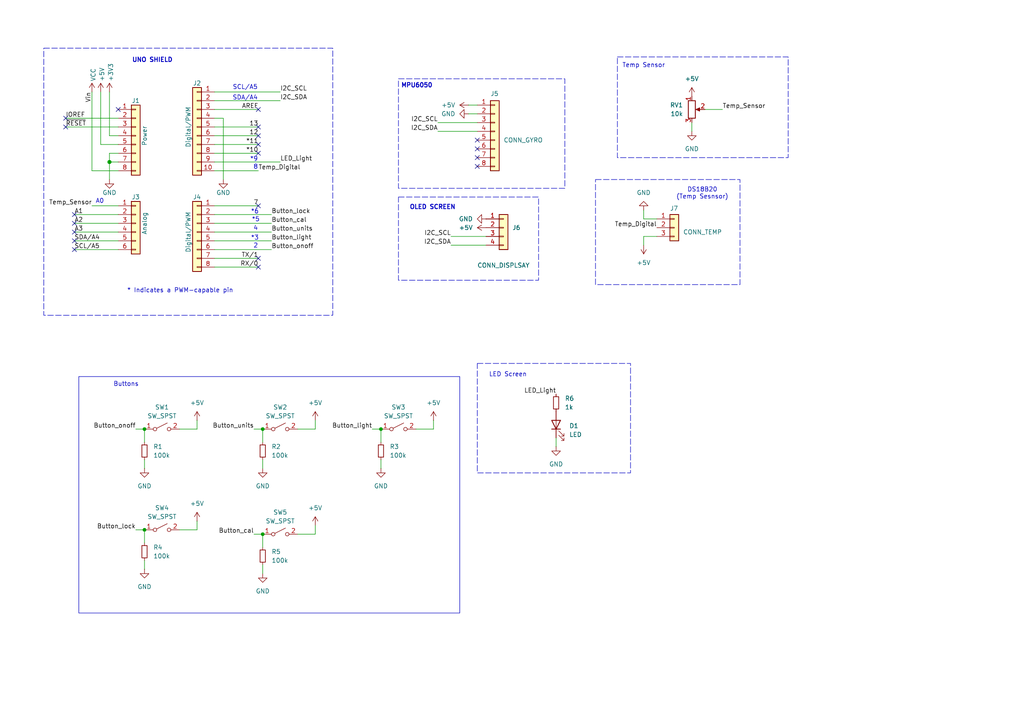
<source format=kicad_sch>
(kicad_sch (version 20231120) (generator "eeschema") (generator_version "8.0")
  (paper "A4")
  (title_block (title "Uno Shield ThermoPro") (date "2025-01-27") (rev "1.0") (company "Kevin Granillo"))
  (lib_symbols
    (symbol "+5V_1" (power) (pin_numbers hide) (pin_names (offset 0) hide)
      (property "Value" "+5V" (at 0 3.556 0))
      (symbol "+5V_1_0_1"
        (polyline (pts (xy -0.762 1.27) (xy 0 2.54)))
        (polyline (pts (xy 0 0) (xy 0 2.54)))
        (polyline (pts (xy 0 2.54) (xy 0.762 1.27)))
      )
      (symbol "+5V_1_1_1"
        (pin power_in line (at 0 0 90) (length 0) (name "~") (number "1"))
      )
    )
    (symbol "+5V_2" (power) (pin_numbers hide) (pin_names (offset 0) hide)
      (property "Value" "+5V" (at 0 3.556 0))
      (symbol "+5V_2_0_1"
        (polyline (pts (xy -0.762 1.27) (xy 0 2.54)))
        (polyline (pts (xy 0 0) (xy 0 2.54)))
        (polyline (pts (xy 0 2.54) (xy 0.762 1.27)))
      )
      (symbol "+5V_2_1_1"
        (pin power_in line (at 0 0 90) (length 0) (name "~") (number "1"))
      )
    )
    (symbol "+5V_3" (power) (pin_numbers hide) (pin_names (offset 0) hide)
      (property "Value" "+5V" (at 0 3.556 0))
      (symbol "+5V_3_0_1"
        (polyline (pts (xy -0.762 1.27) (xy 0 2.54)))
        (polyline (pts (xy 0 0) (xy 0 2.54)))
        (polyline (pts (xy 0 2.54) (xy 0.762 1.27)))
      )
      (symbol "+5V_3_1_1"
        (pin power_in line (at 0 0 90) (length 0) (name "~") (number "1"))
      )
    )
    (symbol "Connector_Generic:Conn_01x03" (pin_names (offset 1.016) hide)
      (property "Reference" "J" (at 0 5.08 0))
      (property "Value" "Conn_01x03" (at 0 -5.08 0))
      (symbol "Conn_01x03_1_1"
        (rectangle (start -1.27 -2.413) (end 0 -2.667) (stroke (width 0.1524)))
        (rectangle (start -1.27 0.127) (end 0 -0.127) (stroke (width 0.1524)))
        (rectangle (start -1.27 2.667) (end 0 2.413) (stroke (width 0.1524)))
        (rectangle (start -1.27 3.81) (end 1.27 -3.81) (stroke (width 0.254)) (fill (type background)))
        (pin passive line (at -5.08 2.54 0) (length 3.81) (name "Pin_1") (number "1"))
        (pin passive line (at -5.08 0 0) (length 3.81) (name "Pin_2") (number "2"))
        (pin passive line (at -5.08 -2.54 0) (length 3.81) (name "Pin_3") (number "3"))
      )
    )
    (symbol "Connector_Generic:Conn_01x04" (pin_names (offset 1.016) hide)
      (property "Reference" "J" (at 0 5.08 0))
      (property "Value" "Conn_01x04" (at 0 -7.62 0))
      (symbol "Conn_01x04_1_1"
        (rectangle (start -1.27 -4.953) (end 0 -5.207) (stroke (width 0.1524)))
        (rectangle (start -1.27 -2.413) (end 0 -2.667) (stroke (width 0.1524)))
        (rectangle (start -1.27 0.127) (end 0 -0.127) (stroke (width 0.1524)))
        (rectangle (start -1.27 2.667) (end 0 2.413) (stroke (width 0.1524)))
        (rectangle (start -1.27 3.81) (end 1.27 -6.35) (stroke (width 0.254)) (fill (type background)))
        (pin passive line (at -5.08 2.54 0) (length 3.81) (name "Pin_1") (number "1"))
        (pin passive line (at -5.08 0 0) (length 3.81) (name "Pin_2") (number "2"))
        (pin passive line (at -5.08 -2.54 0) (length 3.81) (name "Pin_3") (number "3"))
        (pin passive line (at -5.08 -5.08 0) (length 3.81) (name "Pin_4") (number "4"))
      )
    )
    (symbol "Connector_Generic:Conn_01x06" (pin_names (offset 1.016) hide)
      (property "Reference" "J" (at 0 7.62 0))
      (property "Value" "Conn_01x06" (at 0 -10.16 0))
      (symbol "Conn_01x06_1_1"
        (rectangle (start -1.27 -7.493) (end 0 -7.747) (stroke (width 0.1524)))
        (rectangle (start -1.27 -4.953) (end 0 -5.207) (stroke (width 0.1524)))
        (rectangle (start -1.27 -2.413) (end 0 -2.667) (stroke (width 0.1524)))
        (rectangle (start -1.27 0.127) (end 0 -0.127) (stroke (width 0.1524)))
        (rectangle (start -1.27 2.667) (end 0 2.413) (stroke (width 0.1524)))
        (rectangle (start -1.27 5.207) (end 0 4.953) (stroke (width 0.1524)))
        (rectangle (start -1.27 6.35) (end 1.27 -8.89) (stroke (width 0.254)) (fill (type background)))
        (pin passive line (at -5.08 5.08 0) (length 3.81) (name "Pin_1") (number "1"))
        (pin passive line (at -5.08 2.54 0) (length 3.81) (name "Pin_2") (number "2"))
        (pin passive line (at -5.08 0 0) (length 3.81) (name "Pin_3") (number "3"))
        (pin passive line (at -5.08 -2.54 0) (length 3.81) (name "Pin_4") (number "4"))
        (pin passive line (at -5.08 -5.08 0) (length 3.81) (name "Pin_5") (number "5"))
        (pin passive line (at -5.08 -7.62 0) (length 3.81) (name "Pin_6") (number "6"))
      )
    )
    (symbol "Connector_Generic:Conn_01x08" (pin_names (offset 1.016) hide)
      (property "Reference" "J" (at 0 10.16 0))
      (property "Value" "Conn_01x08" (at 0 -12.7 0))
      (symbol "Conn_01x08_1_1"
        (rectangle (start -1.27 -10.033) (end 0 -10.287) (stroke (width 0.1524)))
        (rectangle (start -1.27 -7.493) (end 0 -7.747) (stroke (width 0.1524)))
        (rectangle (start -1.27 -4.953) (end 0 -5.207) (stroke (width 0.1524)))
        (rectangle (start -1.27 -2.413) (end 0 -2.667) (stroke (width 0.1524)))
        (rectangle (start -1.27 0.127) (end 0 -0.127) (stroke (width 0.1524)))
        (rectangle (start -1.27 2.667) (end 0 2.413) (stroke (width 0.1524)))
        (rectangle (start -1.27 5.207) (end 0 4.953) (stroke (width 0.1524)))
        (rectangle (start -1.27 7.747) (end 0 7.493) (stroke (width 0.1524)))
        (rectangle (start -1.27 8.89) (end 1.27 -11.43) (stroke (width 0.254)) (fill (type background)))
        (pin passive line (at -5.08 7.62 0) (length 3.81) (name "Pin_1") (number "1"))
        (pin passive line (at -5.08 5.08 0) (length 3.81) (name "Pin_2") (number "2"))
        (pin passive line (at -5.08 2.54 0) (length 3.81) (name "Pin_3") (number "3"))
        (pin passive line (at -5.08 0 0) (length 3.81) (name "Pin_4") (number "4"))
        (pin passive line (at -5.08 -2.54 0) (length 3.81) (name "Pin_5") (number "5"))
        (pin passive line (at -5.08 -5.08 0) (length 3.81) (name "Pin_6") (number "6"))
        (pin passive line (at -5.08 -7.62 0) (length 3.81) (name "Pin_7") (number "7"))
        (pin passive line (at -5.08 -10.16 0) (length 3.81) (name "Pin_8") (number "8"))
      )
    )
    (symbol "Connector_Generic:Conn_01x10" (pin_names (offset 1.016) hide)
      (property "Reference" "J" (at 0 12.7 0))
      (property "Value" "Conn_01x10" (at 0 -15.24 0))
      (symbol "Conn_01x10_1_1"
        (rectangle (start -1.27 -12.573) (end 0 -12.827) (stroke (width 0.1524)))
        (rectangle (start -1.27 -10.033) (end 0 -10.287) (stroke (width 0.1524)))
        (rectangle (start -1.27 -7.493) (end 0 -7.747) (stroke (width 0.1524)))
        (rectangle (start -1.27 -4.953) (end 0 -5.207) (stroke (width 0.1524)))
        (rectangle (start -1.27 -2.413) (end 0 -2.667) (stroke (width 0.1524)))
        (rectangle (start -1.27 0.127) (end 0 -0.127) (stroke (width 0.1524)))
        (rectangle (start -1.27 2.667) (end 0 2.413) (stroke (width 0.1524)))
        (rectangle (start -1.27 5.207) (end 0 4.953) (stroke (width 0.1524)))
        (rectangle (start -1.27 7.747) (end 0 7.493) (stroke (width 0.1524)))
        (rectangle (start -1.27 10.287) (end 0 10.033) (stroke (width 0.1524)))
        (rectangle (start -1.27 11.43) (end 1.27 -13.97) (stroke (width 0.254)) (fill (type background)))
        (pin passive line (at -5.08 10.16 0) (length 3.81) (name "Pin_1") (number "1"))
        (pin passive line (at -5.08 -12.7 0) (length 3.81) (name "Pin_10") (number "10"))
        (pin passive line (at -5.08 7.62 0) (length 3.81) (name "Pin_2") (number "2"))
        (pin passive line (at -5.08 5.08 0) (length 3.81) (name "Pin_3") (number "3"))
        (pin passive line (at -5.08 2.54 0) (length 3.81) (name "Pin_4") (number "4"))
        (pin passive line (at -5.08 0 0) (length 3.81) (name "Pin_5") (number "5"))
        (pin passive line (at -5.08 -2.54 0) (length 3.81) (name "Pin_6") (number "6"))
        (pin passive line (at -5.08 -5.08 0) (length 3.81) (name "Pin_7") (number "7"))
        (pin passive line (at -5.08 -7.62 0) (length 3.81) (name "Pin_8") (number "8"))
        (pin passive line (at -5.08 -10.16 0) (length 3.81) (name "Pin_9") (number "9"))
      )
    )
    (symbol "Device:LED" (pin_numbers hide) (pin_names (offset 1.016) hide)
      (property "Reference" "D" (at 0 2.54 0))
      (property "Value" "LED" (at 0 -2.54 0))
      (symbol "LED_0_1"
        (polyline (pts (xy -1.27 -1.27) (xy -1.27 1.27)) (stroke (width 0.254)))
        (polyline (pts (xy -1.27 0) (xy 1.27 0)))
        (polyline (pts (xy 1.27 -1.27) (xy 1.27 1.27) (xy -1.27 0) (xy 1.27 -1.27)) (stroke (width 0.254)))
        (polyline (pts (xy -3.048 -0.762) (xy -4.572 -2.286) (xy -3.81 -2.286) (xy -4.572 -2.286) (xy -4.572 -1.524)))
        (polyline (pts (xy -1.778 -0.762) (xy -3.302 -2.286) (xy -2.54 -2.286) (xy -3.302 -2.286) (xy -3.302 -1.524)))
      )
      (symbol "LED_1_1"
        (pin passive line (at -3.81 0 0) (length 2.54) (name "K") (number "1"))
        (pin passive line (at 3.81 0 180) (length 2.54) (name "A") (number "2"))
      )
    )
    (symbol "Device:R_Potentiometer" (pin_names (offset 1.016) hide)
      (property "Reference" "RV" (at -4.445 0 90))
      (property "Value" "R_Potentiometer" (at -2.54 0 90))
      (symbol "R_Potentiometer_0_1"
        (polyline (pts (xy 2.54 0) (xy 1.524 0)))
        (polyline (pts (xy 1.143 0) (xy 2.286 0.508) (xy 2.286 -0.508) (xy 1.143 0)) (fill (type outline)))
        (rectangle (start 1.016 2.54) (end -1.016 -2.54) (stroke (width 0.254)))
      )
      (symbol "R_Potentiometer_1_1"
        (pin passive line (at 0 3.81 270) (length 1.27) (name "1") (number "1"))
        (pin passive line (at 3.81 0 180) (length 1.27) (name "2") (number "2"))
        (pin passive line (at 0 -3.81 90) (length 1.27) (name "3") (number "3"))
      )
    )
    (symbol "Device:R_Small" (pin_numbers hide) (pin_names (offset 0.254) hide)
      (property "Reference" "R" (at 0.762 0.508 0))
      (property "Value" "R_Small" (at 0.762 -1.016 0))
      (symbol "R_Small_0_1"
        (rectangle (start -0.762 1.778) (end 0.762 -1.778) (stroke (width 0.2032)))
      )
      (symbol "R_Small_1_1"
        (pin passive line (at 0 2.54 270) (length 0.762) (name "~") (number "1"))
        (pin passive line (at 0 -2.54 90) (length 0.762) (name "~") (number "2"))
      )
    )
    (symbol "GND_1" (power) (pin_numbers hide) (pin_names (offset 0) hide)
      (property "Value" "GND" (at 0 -3.81 0))
      (symbol "GND_1_0_1"
        (polyline (pts (xy 0 0) (xy 0 -1.27) (xy 1.27 -1.27) (xy 0 -2.54) (xy -1.27 -1.27) (xy 0 -1.27)))
      )
      (symbol "GND_1_1_1"
        (pin power_in line (at 0 0 270) (length 0) (name "~") (number "1"))
      )
    )
    (symbol "GND_2" (power) (pin_numbers hide) (pin_names (offset 0) hide)
      (property "Value" "GND" (at 0 -3.81 0))
      (symbol "GND_2_0_1"
        (polyline (pts (xy 0 0) (xy 0 -1.27) (xy 1.27 -1.27) (xy 0 -2.54) (xy -1.27 -1.27) (xy 0 -1.27)))
      )
      (symbol "GND_2_1_1"
        (pin power_in line (at 0 0 270) (length 0) (name "~") (number "1"))
      )
    )
    (symbol "GND_3" (power) (pin_numbers hide) (pin_names (offset 0) hide)
      (property "Value" "GND" (at 0 -3.81 0))
      (symbol "GND_3_0_1"
        (polyline (pts (xy 0 0) (xy 0 -1.27) (xy 1.27 -1.27) (xy 0 -2.54) (xy -1.27 -1.27) (xy 0 -1.27)))
      )
      (symbol "GND_3_1_1"
        (pin power_in line (at 0 0 270) (length 0) (name "~") (number "1"))
      )
    )
    (symbol "GND_4" (power) (pin_numbers hide) (pin_names (offset 0) hide)
      (property "Value" "GND" (at 0 -3.81 0))
      (symbol "GND_4_0_1"
        (polyline (pts (xy 0 0) (xy 0 -1.27) (xy 1.27 -1.27) (xy 0 -2.54) (xy -1.27 -1.27) (xy 0 -1.27)))
      )
      (symbol "GND_4_1_1"
        (pin power_in line (at 0 0 270) (length 0) (name "~") (number "1"))
      )
    )
    (symbol "Switch:SW_SPST" (pin_names (offset 0) hide)
      (property "Reference" "SW" (at 0 3.175 0))
      (property "Value" "SW_SPST" (at 0 -2.54 0))
      (symbol "SW_SPST_0_0"
        (circle (center -2.032 0) (radius 0.508))
        (polyline (pts (xy -1.524 0.254) (xy 1.524 1.778)))
        (circle (center 2.032 0) (radius 0.508))
      )
      (symbol "SW_SPST_1_1"
        (pin passive line (at -5.08 0 0) (length 2.54) (name "A") (number "1"))
        (pin passive line (at 5.08 0 180) (length 2.54) (name "B") (number "2"))
      )
    )
    (symbol "power:+3V3" (power) (pin_names (offset 0))
      (property "Value" "+3V3" (at 0 3.556 0))
      (symbol "+3V3_0_1"
        (polyline (pts (xy -0.762 1.27) (xy 0 2.54)))
        (polyline (pts (xy 0 0) (xy 0 2.54)))
        (polyline (pts (xy 0 2.54) (xy 0.762 1.27)))
      )
      (symbol "+3V3_1_1"
        (pin power_in line (at 0 0 90) (length 0) hide (name "+3V3") (number "1"))
      )
    )
    (symbol "power:+5V" (power) (pin_names (offset 0))
      (property "Value" "+5V" (at 0 3.556 0))
      (symbol "+5V_0_1"
        (polyline (pts (xy -0.762 1.27) (xy 0 2.54)))
        (polyline (pts (xy 0 0) (xy 0 2.54)))
        (polyline (pts (xy 0 2.54) (xy 0.762 1.27)))
      )
      (symbol "+5V_1_1"
        (pin power_in line (at 0 0 90) (length 0) hide (name "+5V") (number "1"))
      )
    )
    (symbol "power:GND" (power) (pin_names (offset 0))
      (property "Value" "GND" (at 0 -3.81 0))
      (symbol "GND_0_1"
        (polyline (pts (xy 0 0) (xy 0 -1.27) (xy 1.27 -1.27) (xy 0 -2.54) (xy -1.27 -1.27) (xy 0 -1.27)))
      )
      (symbol "GND_1_1"
        (pin power_in line (at 0 0 270) (length 0) hide (name "GND") (number "1"))
      )
    )
    (symbol "power:VCC" (power) (pin_names (offset 0))
      (property "Value" "VCC" (at 0 3.81 0))
      (symbol "VCC_0_1"
        (polyline (pts (xy -0.762 1.27) (xy 0 2.54)))
        (polyline (pts (xy 0 0) (xy 0 2.54)))
        (polyline (pts (xy 0 2.54) (xy 0.762 1.27)))
      )
      (symbol "VCC_1_1"
        (pin power_in line (at 0 0 90) (length 0) hide (name "VCC") (number "1"))
      )
    )
  )
  (junction (at 76.2 154.94))
  (junction (at 41.91 124.46))
  (junction (at 110.49 124.46))
  (junction (at 31.75 46.99) (diameter 1.016))
  (junction (at 41.91 153.67))
  (junction (at 76.2 124.46))
  (no_connect (at 138.43 48.26))
  (no_connect (at 74.93 36.83))
  (no_connect (at 74.93 41.91))
  (no_connect (at 138.43 40.64))
  (no_connect (at 21.59 67.31))
  (no_connect (at 74.93 59.69))
  (no_connect (at 74.93 44.45))
  (no_connect (at 74.93 74.93))
  (no_connect (at 19.05 34.29))
  (no_connect (at 74.93 39.37))
  (no_connect (at 138.43 45.72))
  (no_connect (at 19.05 36.83))
  (no_connect (at 138.43 43.18))
  (no_connect (at 34.29 31.75))
  (no_connect (at 74.93 77.47))
  (no_connect (at 21.59 64.77))
  (no_connect (at 21.59 69.85))
  (no_connect (at 74.93 31.75))
  (no_connect (at 21.59 72.39))
  (no_connect (at 21.59 62.23))
  (wire (pts (xy 127 38.1) (xy 138.43 38.1)))
  (wire (pts (xy 62.23 77.47) (xy 74.93 77.47)))
  (wire (pts (xy 62.23 44.45) (xy 74.93 44.45)))
  (wire (pts (xy 190.5 63.5) (xy 186.69 63.5)))
  (wire (pts (xy 110.49 124.46) (xy 110.49 128.27)))
  (wire (pts (xy 62.23 26.67) (xy 81.28 26.67)))
  (wire (pts (xy 125.73 124.46) (xy 125.73 121.92)))
  (wire (pts (xy 130.81 71.12) (xy 140.97 71.12)))
  (wire (pts (xy 31.75 44.45) (xy 31.75 46.99)))
  (wire (pts (xy 186.69 63.5) (xy 186.69 60.96)))
  (wire (pts (xy 186.69 68.58) (xy 186.69 71.12)))
  (wire (pts (xy 21.59 72.39) (xy 34.29 72.39)))
  (wire (pts (xy 127 35.56) (xy 138.43 35.56)))
  (wire (pts (xy 110.49 133.35) (xy 110.49 135.89)))
  (wire (pts (xy 31.75 46.99) (xy 31.75 52.07)))
  (wire (pts (xy 31.75 39.37) (xy 34.29 39.37)))
  (wire (pts (xy 29.21 41.91) (xy 34.29 41.91)))
  (wire (pts (xy 29.21 26.67) (xy 29.21 41.91)))
  (wire (pts (xy 62.23 36.83) (xy 74.93 36.83)))
  (wire (pts (xy 31.75 26.67) (xy 31.75 39.37)))
  (wire (pts (xy 62.23 59.69) (xy 74.93 59.69)))
  (wire (pts (xy 34.29 59.69) (xy 26.67 59.69)))
  (wire (pts (xy 76.2 124.46) (xy 76.2 128.27)))
  (wire (pts (xy 62.23 39.37) (xy 74.93 39.37)))
  (wire (pts (xy 62.23 62.23) (xy 78.74 62.23)))
  (wire (pts (xy 52.07 153.67) (xy 57.15 153.67)))
  (wire (pts (xy 91.44 124.46) (xy 91.44 121.92)))
  (wire (pts (xy 135.89 30.48) (xy 138.43 30.48)))
  (wire (pts (xy 39.37 124.46) (xy 41.91 124.46)))
  (wire (pts (xy 62.23 46.99) (xy 81.28 46.99)))
  (wire (pts (xy 204.47 31.75) (xy 209.55 31.75)))
  (wire (pts (xy 62.23 67.31) (xy 78.74 67.31)))
  (wire (pts (xy 57.15 124.46) (xy 57.15 121.92)))
  (wire (pts (xy 76.2 133.35) (xy 76.2 135.89)))
  (wire (pts (xy 19.05 34.29) (xy 34.29 34.29)))
  (wire (pts (xy 57.15 153.67) (xy 57.15 151.13)))
  (wire (pts (xy 107.95 124.46) (xy 110.49 124.46)))
  (wire (pts (xy 64.77 34.29) (xy 64.77 52.07)))
  (wire (pts (xy 200.66 35.56) (xy 200.66 38.1)))
  (wire (pts (xy 39.37 153.67) (xy 41.91 153.67)))
  (wire (pts (xy 86.36 154.94) (xy 91.44 154.94)))
  (wire (pts (xy 62.23 31.75) (xy 74.93 31.75)))
  (wire (pts (xy 34.29 64.77) (xy 21.59 64.77)))
  (wire (pts (xy 19.05 36.83) (xy 34.29 36.83)))
  (wire (pts (xy 34.29 46.99) (xy 31.75 46.99)))
  (wire (pts (xy 41.91 124.46) (xy 41.91 128.27)))
  (wire (pts (xy 120.65 124.46) (xy 125.73 124.46)))
  (wire (pts (xy 34.29 49.53) (xy 26.67 49.53)))
  (wire (pts (xy 41.91 153.67) (xy 41.91 157.48)))
  (wire (pts (xy 21.59 62.23) (xy 34.29 62.23)))
  (wire (pts (xy 190.5 68.58) (xy 186.69 68.58)))
  (wire (pts (xy 52.07 124.46) (xy 57.15 124.46)))
  (wire (pts (xy 41.91 162.56) (xy 41.91 165.1)))
  (wire (pts (xy 41.91 133.35) (xy 41.91 135.89)))
  (wire (pts (xy 86.36 124.46) (xy 91.44 124.46)))
  (wire (pts (xy 62.23 34.29) (xy 64.77 34.29)))
  (wire (pts (xy 34.29 44.45) (xy 31.75 44.45)))
  (wire (pts (xy 62.23 41.91) (xy 74.93 41.91)))
  (wire (pts (xy 73.66 154.94) (xy 76.2 154.94)))
  (wire (pts (xy 130.81 68.58) (xy 140.97 68.58)))
  (wire (pts (xy 62.23 64.77) (xy 78.74 64.77)))
  (wire (pts (xy 73.66 124.46) (xy 76.2 124.46)))
  (wire (pts (xy 21.59 67.31) (xy 34.29 67.31)))
  (wire (pts (xy 135.89 33.02) (xy 138.43 33.02)))
  (wire (pts (xy 76.2 154.94) (xy 76.2 158.75)))
  (wire (pts (xy 161.29 127) (xy 161.29 129.54)))
  (wire (pts (xy 76.2 163.83) (xy 76.2 166.37)))
  (wire (pts (xy 62.23 29.21) (xy 81.28 29.21)))
  (wire (pts (xy 62.23 72.39) (xy 78.74 72.39)))
  (wire (pts (xy 62.23 69.85) (xy 78.74 69.85)))
  (wire (pts (xy 91.44 154.94) (xy 91.44 152.4)))
  (wire (pts (xy 62.23 74.93) (xy 74.93 74.93)))
  (wire (pts (xy 26.67 49.53) (xy 26.67 26.67)))
  (wire (pts (xy 34.29 69.85) (xy 21.59 69.85)))
  (wire (pts (xy 62.23 49.53) (xy 74.93 49.53)))
  (rectangle (start 115.57 22.86) (end 163.83 54.61) (stroke (width 0) (type dash)))
  (rectangle (start 22.86 109.22) (end 133.35 177.8))
  (rectangle (start 172.72 52.07) (end 214.63 82.55) (stroke (width 0) (type dash)))
  (rectangle (start 138.43 105.41) (end 182.88 137.16) (stroke (width 0) (type dash)))
  (rectangle (start 179.07 16.51) (end 228.6 45.72) (stroke (width 0) (type dash)))
  (rectangle (start 115.57 57.15) (end 156.21 81.28) (stroke (width 0) (type dash)))
  (rectangle (start 12.7 13.97) (end 96.52 91.44) (stroke (width 0) (type dash)))
  (text "2" (at 74.168 71.374 0) (effects (font (size 1.27 1.27))))
  (text "DS18B20\n(Temp Sesnsor)" (at 203.708 56.134 0) (effects (font (size 1.27 1.27))))
  (text "*5" (at 74.168 63.754 0) (effects (font (size 1.27 1.27))))
  (text "*9" (at 73.66 46.228 0) (effects (font (size 1.27 1.27))))
  (text "8" (at 74.168 48.514 0) (effects (font (size 1.27 1.27))))
  (text "MPU6050" (at 120.904 24.892 0) (effects (font (size 1.27 1.27) (thickness 0.254) (bold yes))))
  (text "4" (at 74.168 66.294 0) (effects (font (size 1.27 1.27))))
  (text "OLED SCREEN" (at 125.476 60.198 0) (effects (font (size 1.27 1.27) (thickness 0.254) (bold yes))))
  (text "A0" (at 28.956 58.42 0) (effects (font (size 1.27 1.27))))
  (text "LED Screen" (at 147.32 108.712 0) (effects (font (size 1.27 1.27))))
  (text "Temp Sensor" (at 186.69 19.05 0) (effects (font (size 1.27 1.27))))
  (text "Buttons" (at 36.576 111.506 0) (effects (font (size 1.27 1.27))))
  (text "UNO SHIELD" (at 44.196 17.526 0) (effects (font (size 1.27 1.27) (thickness 0.254) (bold yes))))
  (text "SDA/A4" (at 71.12 28.448 0) (effects (font (size 1.27 1.27))))
  (text "*3" (at 73.914 69.088 0) (effects (font (size 1.27 1.27))))
  (text "* Indicates a PWM-capable pin" (at 36.83 85.09 0) (effects (font (size 1.27 1.27)) (justify left bottom)))
  (text "SCL/A5" (at 71.12 25.4 0) (effects (font (size 1.27 1.27))))
  (text "*6" (at 73.914 61.468 0) (effects (font (size 1.27 1.27))))
  (label "RX{slash}0" (at 74.93 77.47 180))
  (label "Button_cal" (at 73.66 154.94 180))
  (label "A2" (at 21.59 64.77 0))
  (label "Temp_Sensor" (at 26.67 59.69 180))
  (label "Temp_Sensor" (at 209.55 31.75 0))
  (label "I2C_SDA" (at 127 38.1 180))
  (label "A3" (at 21.59 67.31 0))
  (label "Button_lock" (at 39.37 153.67 180))
  (label "I2C_SCL" (at 130.81 68.58 180))
  (label "13" (at 74.93 36.83 180))
  (label "12" (at 74.93 39.37 180))
  (label "I2C_SCL" (at 81.28 26.67 0))
  (label "~{RESET}" (at 19.05 36.83 0))
  (label "Button_light" (at 107.95 124.46 180))
  (label "LED_Light" (at 161.29 114.3 180))
  (label "*10" (at 74.93 44.45 180))
  (label "Button_lock" (at 78.74 62.23 0))
  (label "Button_onoff" (at 78.74 72.39 0))
  (label "Temp_Digital" (at 74.93 49.53 0))
  (label "Button_light" (at 78.74 69.85 0))
  (label "Button_cal" (at 78.74 64.77 0))
  (label "I2C_SCL" (at 127 35.56 180))
  (label "Button_units" (at 78.74 67.31 0))
  (label "7" (at 74.93 59.69 180))
  (label "I2C_SDA" (at 130.81 71.12 180))
  (label "*11" (at 74.93 41.91 180))
  (label "Temp_Digital" (at 190.5 66.04 180))
  (label "A1" (at 21.59 62.23 0))
  (label "TX{slash}1" (at 74.93 74.93 180))
  (label "AREF" (at 74.93 31.75 180))
  (label "Vin" (at 26.67 26.67 270))
  (label "Button_onoff" (at 39.37 124.46 180))
  (label "IOREF" (at 19.05 34.29 0))
  (label "LED_Light" (at 81.28 46.99 0))
  (label "I2C_SDA" (at 81.28 29.21 0))
  (label "SDA{slash}A4" (at 21.59 69.85 0))
  (label "SCL{slash}A5" (at 21.59 72.39 0))
  (label "Button_units" (at 73.66 124.46 180))
  (symbol (lib_id "Connector_Generic:Conn_01x08") (at 39.37 39.37 0) (unit 1)
    (property "Reference" "J1" (at 39.37 29.21 0))
    (property "Value" "Power" (at 41.91 39.37 90))
    (property "Footprint" "Connector_PinSocket_2.54mm:PinSocket_1x08_P2.54mm_Vertical" (effects (hide yes)))
  )
  (symbol (lib_id "power:+3V3") (at 31.75 26.67 0) (unit 1)
    (property "Reference" "#PWR03" (effects (hide yes)))
    (property "Value" "+3V3" (at 32.131 23.622 90) (effects (justify left)))
  )
  (symbol (lib_id "power:+5V") (at 29.21 26.67 0) (unit 1)
    (property "Reference" "#PWR02" (effects (hide yes)))
    (property "Value" "+5V" (at 29.5656 23.622 90) (effects (justify left)))
  )
  (symbol (lib_id "power:GND") (at 31.75 52.07 0) (unit 1)
    (property "Reference" "#PWR04" (effects (hide yes)))
    (property "Value" "GND" (at 31.75 55.88 0))
  )
  (symbol (lib_id "Connector_Generic:Conn_01x10") (at 57.15 36.83 0) (mirror y) (unit 1)
    (property "Reference" "J2" (at 57.15 24.13 0))
    (property "Value" "Digital/PWM" (at 54.61 36.83 90))
    (property "Footprint" "Connector_PinSocket_2.54mm:PinSocket_1x10_P2.54mm_Vertical" (effects (hide yes)))
  )
  (symbol (lib_id "power:GND") (at 64.77 52.07 0) (unit 1)
    (property "Reference" "#PWR05" (effects (hide yes)))
    (property "Value" "GND" (at 64.77 55.88 0))
  )
  (symbol (lib_id "Connector_Generic:Conn_01x06") (at 39.37 64.77 0) (unit 1)
    (property "Reference" "J3" (at 39.37 57.15 0))
    (property "Value" "Analog" (at 41.91 64.77 90))
    (property "Footprint" "Connector_PinSocket_2.54mm:PinSocket_1x06_P2.54mm_Vertical" (effects (hide yes)))
  )
  (symbol (lib_id "Connector_Generic:Conn_01x08") (at 57.15 67.31 0) (mirror y) (unit 1)
    (property "Reference" "J4" (at 57.15 57.15 0))
    (property "Value" "Digital/PWM" (at 54.61 67.31 90))
    (property "Footprint" "Connector_PinSocket_2.54mm:PinSocket_1x08_P2.54mm_Vertical" (effects (hide yes)))
  )
  (symbol (lib_name "GND_3") (lib_id "power:GND") (at 41.91 135.89 0) (unit 1)
    (property "Reference" "#PWR010" (effects (hide yes)))
    (property "Value" "GND" (at 41.91 140.97 0))
    (property "Description" "Power symbol creates a global label with name \"GND\" , ground" (effects (hide yes)))
  )
  (symbol (lib_name "GND_1") (lib_id "power:GND") (at 135.89 33.02 270) (unit 1)
    (property "Reference" "#PWR06" (effects (hide yes)))
    (property "Value" "GND" (at 132.08 33.0199 90) (effects (justify right)))
    (property "Description" "Power symbol creates a global label with name \"GND\" , ground" (effects (hide yes)))
  )
  (symbol (lib_name "GND_3") (lib_id "power:GND") (at 110.49 135.89 0) (unit 1)
    (property "Reference" "#PWR014" (effects (hide yes)))
    (property "Value" "GND" (at 110.49 140.97 0))
    (property "Description" "Power symbol creates a global label with name \"GND\" , ground" (effects (hide yes)))
  )
  (symbol (lib_id "Device:R_Small") (at 161.29 116.84 0) (unit 1)
    (property "Reference" "R6" (at 163.83 115.5699 0) (effects (justify left)))
    (property "Value" "1k" (at 163.83 118.1099 0) (effects (justify left)))
    (property "Footprint" "Resistor_THT:R_Axial_DIN0207_L6.3mm_D2.5mm_P10.16mm_Horizontal" (effects (hide yes)))
    (property "Description" "Resistor, small symbol" (effects (hide yes)))
  )
  (symbol (lib_name "+5V_3") (lib_id "power:+5V") (at 125.73 121.92 0) (unit 1)
    (property "Reference" "#PWR015" (effects (hide yes)))
    (property "Value" "+5V" (at 125.73 116.84 0))
    (property "Description" "Power symbol creates a global label with name \"+5V\"" (effects (hide yes)))
  )
  (symbol (lib_id "Connector_Generic:Conn_01x03") (at 195.58 66.04 0) (unit 1)
    (property "Reference" "J7" (at 194.31 60.452 0) (effects (justify left)))
    (property "Value" "CONN_TEMP" (at 198.12 67.3099 0) (effects (justify left)))
    (property "Footprint" "Connector_JST:JST_XH_B3B-XH-A_1x03_P2.50mm_Vertical" (effects (hide yes)))
    (property "Description" "Generic connector, single row, 01x03, script generated (kicad-library-utils/schlib/autogen/connector/)" (effects (hide yes)))
  )
  (symbol (lib_id "Device:LED") (at 161.29 123.19 90) (unit 1)
    (property "Reference" "D1" (at 165.1 123.5074 90) (effects (justify right)))
    (property "Value" "LED" (at 165.1 126.0474 90) (effects (justify right)))
    (property "Footprint" "LED_THT:LED_D5.0mm" (effects (hide yes)))
    (property "Description" "Light emitting diode" (effects (hide yes)))
  )
  (symbol (lib_name "+5V_3") (lib_id "power:+5V") (at 57.15 151.13 0) (unit 1)
    (property "Reference" "#PWR017" (effects (hide yes)))
    (property "Value" "+5V" (at 57.15 146.05 0))
    (property "Description" "Power symbol creates a global label with name \"+5V\"" (effects (hide yes)))
  )
  (symbol (lib_id "Switch:SW_SPST") (at 81.28 154.94 0) (unit 1)
    (property "Reference" "SW5" (at 81.28 148.59 0))
    (property "Value" "SW_SPST" (at 81.28 151.13 0))
    (property "Footprint" "Button_Switch_THT:SW_PUSH_6mm" (effects (hide yes)))
    (property "Description" "Single Pole Single Throw (SPST) switch" (effects (hide yes)))
  )
  (symbol (lib_id "Device:R_Small") (at 76.2 161.29 0) (unit 1)
    (property "Reference" "R5" (at 78.74 160.0199 0) (effects (justify left)))
    (property "Value" "100k" (at 78.74 162.5599 0) (effects (justify left)))
    (property "Footprint" "Resistor_THT:R_Axial_DIN0207_L6.3mm_D2.5mm_P10.16mm_Horizontal" (effects (hide yes)))
    (property "Description" "Resistor, small symbol" (effects (hide yes)))
  )
  (symbol (lib_id "Switch:SW_SPST") (at 46.99 124.46 0) (unit 1)
    (property "Reference" "SW1" (at 46.99 118.11 0))
    (property "Value" "SW_SPST" (at 46.99 120.65 0))
    (property "Footprint" "Button_Switch_THT:SW_PUSH_6mm" (effects (hide yes)))
    (property "Description" "Single Pole Single Throw (SPST) switch" (effects (hide yes)))
  )
  (symbol (lib_id "Switch:SW_SPST") (at 115.57 124.46 0) (unit 1)
    (property "Reference" "SW3" (at 115.57 118.11 0))
    (property "Value" "SW_SPST" (at 115.57 120.65 0))
    (property "Footprint" "Button_Switch_THT:SW_PUSH_6mm" (effects (hide yes)))
    (property "Description" "Single Pole Single Throw (SPST) switch" (effects (hide yes)))
  )
  (symbol (lib_name "+5V_3") (lib_id "power:+5V") (at 91.44 152.4 0) (unit 1)
    (property "Reference" "#PWR019" (effects (hide yes)))
    (property "Value" "+5V" (at 91.44 147.32 0))
    (property "Description" "Power symbol creates a global label with name \"+5V\"" (effects (hide yes)))
  )
  (symbol (lib_id "Device:R_Small") (at 76.2 130.81 0) (unit 1)
    (property "Reference" "R2" (at 78.74 129.5399 0) (effects (justify left)))
    (property "Value" "100k" (at 78.74 132.0799 0) (effects (justify left)))
    (property "Footprint" "Resistor_THT:R_Axial_DIN0207_L6.3mm_D2.5mm_P10.16mm_Horizontal" (effects (hide yes)))
    (property "Description" "Resistor, small symbol" (effects (hide yes)))
  )
  (symbol (lib_name "+5V_2") (lib_id "power:+5V") (at 186.69 71.12 180) (unit 1)
    (property "Reference" "#PWR023" (effects (hide yes)))
    (property "Value" "+5V" (at 186.69 76.2 0))
    (property "Description" "Power symbol creates a global label with name \"+5V\"" (effects (hide yes)))
  )
  (symbol (lib_id "power:VCC") (at 26.67 26.67 0) (unit 1)
    (property "Reference" "#PWR01" (effects (hide yes)))
    (property "Value" "VCC" (at 27.051 23.622 90) (effects (justify left)))
  )
  (symbol (lib_name "+5V_1") (lib_id "power:+5V") (at 135.89 30.48 90) (unit 1)
    (property "Reference" "#PWR07" (effects (hide yes)))
    (property "Value" "+5V" (at 132.08 30.4799 90) (effects (justify left)))
    (property "Description" "Power symbol creates a global label with name \"+5V\"" (effects (hide yes)))
  )
  (symbol (lib_name "+5V_3") (lib_id "power:+5V") (at 57.15 121.92 0) (unit 1)
    (property "Reference" "#PWR011" (effects (hide yes)))
    (property "Value" "+5V" (at 57.15 116.84 0))
    (property "Description" "Power symbol creates a global label with name \"+5V\"" (effects (hide yes)))
  )
  (symbol (lib_name "GND_2") (lib_id "power:GND") (at 140.97 63.5 270) (unit 1)
    (property "Reference" "#PWR08" (effects (hide yes)))
    (property "Value" "GND" (at 137.16 63.4999 90) (effects (justify right)))
    (property "Description" "Power symbol creates a global label with name \"GND\" , ground" (effects (hide yes)))
  )
  (symbol (lib_id "Switch:SW_SPST") (at 46.99 153.67 0) (unit 1)
    (property "Reference" "SW4" (at 46.99 147.32 0))
    (property "Value" "SW_SPST" (at 46.99 149.86 0))
    (property "Footprint" "Button_Switch_THT:SW_PUSH_6mm" (effects (hide yes)))
    (property "Description" "Single Pole Single Throw (SPST) switch" (effects (hide yes)))
  )
  (symbol (lib_name "+5V_2") (lib_id "power:+5V") (at 140.97 66.04 90) (unit 1)
    (property "Reference" "#PWR09" (effects (hide yes)))
    (property "Value" "+5V" (at 137.16 66.0399 90) (effects (justify left)))
    (property "Description" "Power symbol creates a global label with name \"+5V\"" (effects (hide yes)))
  )
  (symbol (lib_id "Device:R_Small") (at 110.49 130.81 0) (unit 1)
    (property "Reference" "R3" (at 113.03 129.5399 0) (effects (justify left)))
    (property "Value" "100k" (at 113.03 132.0799 0) (effects (justify left)))
    (property "Footprint" "Resistor_THT:R_Axial_DIN0207_L6.3mm_D2.5mm_P10.16mm_Horizontal" (effects (hide yes)))
    (property "Description" "Resistor, small symbol" (effects (hide yes)))
  )
  (symbol (lib_id "Switch:SW_SPST") (at 81.28 124.46 0) (unit 1)
    (property "Reference" "SW2" (at 81.28 118.11 0))
    (property "Value" "SW_SPST" (at 81.28 120.65 0))
    (property "Footprint" "Button_Switch_THT:SW_PUSH_6mm" (effects (hide yes)))
    (property "Description" "Single Pole Single Throw (SPST) switch" (effects (hide yes)))
  )
  (symbol (lib_id "Connector_Generic:Conn_01x04") (at 146.05 66.04 0) (unit 1)
    (property "Reference" "J6" (at 148.59 66.0399 0) (effects (justify left)))
    (property "Value" "CONN_DISPLSAY" (at 138.43 76.962 0) (effects (justify left)))
    (property "Footprint" "Connector_PinSocket_2.54mm:PinSocket_1x04_P2.54mm_Vertical" (effects (hide yes)))
    (property "Description" "Generic connector, single row, 01x04, script generated (kicad-library-utils/schlib/autogen/connector/)" (effects (hide yes)))
  )
  (symbol (lib_id "Connector_Generic:Conn_01x08") (at 143.51 38.1 0) (unit 1)
    (property "Reference" "J5" (at 142.24 27.178 0) (effects (justify left)))
    (property "Value" "CONN_GYRO" (at 146.05 40.6399 0) (effects (justify left)))
    (property "Footprint" "Connector_PinSocket_2.54mm:PinSocket_1x08_P2.54mm_Vertical" (effects (hide yes)))
    (property "Description" "Generic connector, single row, 01x08, script generated (kicad-library-utils/schlib/autogen/connector/)" (effects (hide yes)))
  )
  (symbol (lib_name "GND_3") (lib_id "power:GND") (at 76.2 135.89 0) (unit 1)
    (property "Reference" "#PWR012" (effects (hide yes)))
    (property "Value" "GND" (at 76.2 140.97 0))
    (property "Description" "Power symbol creates a global label with name \"GND\" , ground" (effects (hide yes)))
  )
  (symbol (lib_name "GND_4") (lib_id "power:GND") (at 161.29 129.54 0) (unit 1)
    (property "Reference" "#PWR020" (effects (hide yes)))
    (property "Value" "GND" (at 161.29 134.62 0))
    (property "Description" "Power symbol creates a global label with name \"GND\" , ground" (effects (hide yes)))
  )
  (symbol (lib_name "GND_3") (lib_id "power:GND") (at 41.91 165.1 0) (unit 1)
    (property "Reference" "#PWR016" (effects (hide yes)))
    (property "Value" "GND" (at 41.91 170.18 0))
    (property "Description" "Power symbol creates a global label with name \"GND\" , ground" (effects (hide yes)))
  )
  (symbol (lib_name "+5V_1") (lib_id "power:+5V") (at 200.66 27.94 0) (unit 1)
    (property "Reference" "#PWR022" (effects (hide yes)))
    (property "Value" "+5V" (at 200.66 22.86 0))
    (property "Description" "Power symbol creates a global label with name \"+5V\"" (effects (hide yes)))
  )
  (symbol (lib_name "+5V_3") (lib_id "power:+5V") (at 91.44 121.92 0) (unit 1)
    (property "Reference" "#PWR013" (effects (hide yes)))
    (property "Value" "+5V" (at 91.44 116.84 0))
    (property "Description" "Power symbol creates a global label with name \"+5V\"" (effects (hide yes)))
  )
  (symbol (lib_id "Device:R_Small") (at 41.91 130.81 0) (unit 1)
    (property "Reference" "R1" (at 44.45 129.5399 0) (effects (justify left)))
    (property "Value" "100k" (at 44.45 132.0799 0) (effects (justify left)))
    (property "Footprint" "Resistor_THT:R_Axial_DIN0207_L6.3mm_D2.5mm_P10.16mm_Horizontal" (effects (hide yes)))
    (property "Description" "Resistor, small symbol" (effects (hide yes)))
  )
  (symbol (lib_id "Device:R_Potentiometer") (at 200.66 31.75 0) (unit 1)
    (property "Reference" "RV1" (at 198.12 30.4799 0) (effects (justify right)))
    (property "Value" "10k" (at 198.12 33.0199 0) (effects (justify right)))
    (property "Footprint" "Potentiometer_THT:Potentiometer_Bourns_3386P_Vertical" (effects (hide yes)))
    (property "Description" "Potentiometer" (effects (hide yes)))
  )
  (symbol (lib_name "GND_3") (lib_id "power:GND") (at 76.2 166.37 0) (unit 1)
    (property "Reference" "#PWR018" (effects (hide yes)))
    (property "Value" "GND" (at 76.2 171.45 0))
    (property "Description" "Power symbol creates a global label with name \"GND\" , ground" (effects (hide yes)))
  )
  (symbol (lib_name "GND_2") (lib_id "power:GND") (at 200.66 38.1 0) (unit 1)
    (property "Reference" "#PWR021" (effects (hide yes)))
    (property "Value" "GND" (at 200.66 43.18 0))
    (property "Description" "Power symbol creates a global label with name \"GND\" , ground" (effects (hide yes)))
  )
  (symbol (lib_name "GND_2") (lib_id "power:GND") (at 186.69 60.96 180) (unit 1)
    (property "Reference" "#PWR024" (effects (hide yes)))
    (property "Value" "GND" (at 186.69 55.88 0))
    (property "Description" "Power symbol creates a global label with name \"GND\" , ground" (effects (hide yes)))
  )
  (symbol (lib_id "Device:R_Small") (at 41.91 160.02 0) (unit 1)
    (property "Reference" "R4" (at 44.45 158.7499 0) (effects (justify left)))
    (property "Value" "100k" (at 44.45 161.2899 0) (effects (justify left)))
    (property "Footprint" "Resistor_THT:R_Axial_DIN0207_L6.3mm_D2.5mm_P10.16mm_Horizontal" (effects (hide yes)))
    (property "Description" "Resistor, small symbol" (effects (hide yes)))
  )
)
</source>
